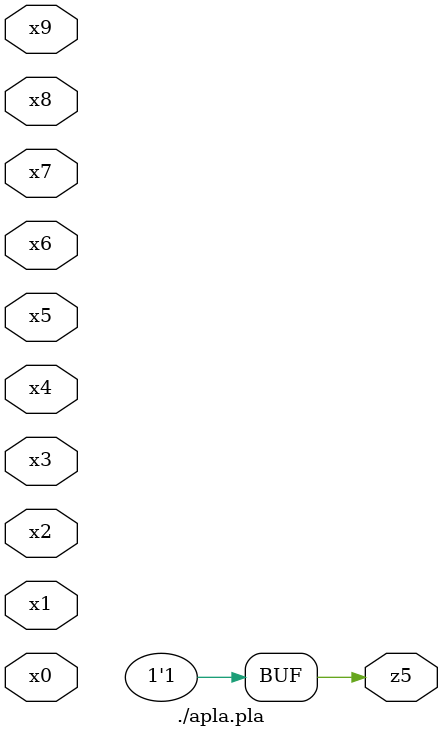
<source format=v>

module \./apla.pla  ( 
    x0, x1, x2, x3, x4, x5, x6, x7, x8, x9,
    z5  );
  input  x0, x1, x2, x3, x4, x5, x6, x7, x8, x9;
  output z5;
  assign z5 = 1'b1;
endmodule



</source>
